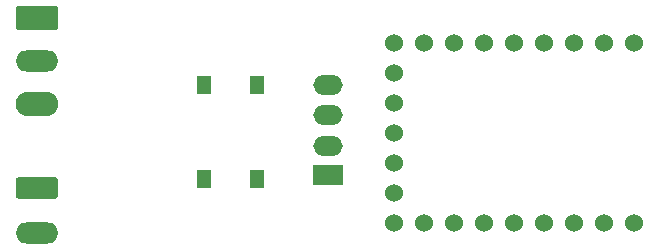
<source format=gbr>
%TF.GenerationSoftware,KiCad,Pcbnew,8.0.8*%
%TF.CreationDate,2025-10-03T16:42:55-04:00*%
%TF.ProjectId,RP2040_Count,52503230-3430-45f4-936f-756e742e6b69,v1*%
%TF.SameCoordinates,Original*%
%TF.FileFunction,Soldermask,Bot*%
%TF.FilePolarity,Negative*%
%FSLAX46Y46*%
G04 Gerber Fmt 4.6, Leading zero omitted, Abs format (unit mm)*
G04 Created by KiCad (PCBNEW 8.0.8) date 2025-10-03 16:42:55*
%MOMM*%
%LPD*%
G01*
G04 APERTURE LIST*
G04 Aperture macros list*
%AMRoundRect*
0 Rectangle with rounded corners*
0 $1 Rounding radius*
0 $2 $3 $4 $5 $6 $7 $8 $9 X,Y pos of 4 corners*
0 Add a 4 corners polygon primitive as box body*
4,1,4,$2,$3,$4,$5,$6,$7,$8,$9,$2,$3,0*
0 Add four circle primitives for the rounded corners*
1,1,$1+$1,$2,$3*
1,1,$1+$1,$4,$5*
1,1,$1+$1,$6,$7*
1,1,$1+$1,$8,$9*
0 Add four rect primitives between the rounded corners*
20,1,$1+$1,$2,$3,$4,$5,0*
20,1,$1+$1,$4,$5,$6,$7,0*
20,1,$1+$1,$6,$7,$8,$9,0*
20,1,$1+$1,$8,$9,$2,$3,0*%
G04 Aperture macros list end*
%ADD10C,1.524000*%
%ADD11RoundRect,0.250000X-1.550000X0.650000X-1.550000X-0.650000X1.550000X-0.650000X1.550000X0.650000X0*%
%ADD12O,3.600000X1.800000*%
%ADD13RoundRect,0.291667X-1.508333X0.758333X-1.508333X-0.758333X1.508333X-0.758333X1.508333X0.758333X0*%
%ADD14O,3.600000X2.100000*%
%ADD15R,2.500000X1.700000*%
%ADD16O,2.500000X1.700000*%
%ADD17R,1.300000X1.550000*%
G04 APERTURE END LIST*
D10*
%TO.C,U5*%
X155910000Y-79760000D03*
X153370000Y-79760000D03*
X150830000Y-79760000D03*
X148290000Y-79760000D03*
X145750000Y-79760000D03*
X143210000Y-79760000D03*
X140670000Y-79760000D03*
X138130000Y-79760000D03*
X135590000Y-79760000D03*
X135600000Y-82300000D03*
X135600000Y-84840000D03*
X135600000Y-87380000D03*
X135600000Y-89920000D03*
X135600000Y-92460000D03*
X135590000Y-95000000D03*
X138130000Y-95000000D03*
X140670000Y-95000000D03*
X143210000Y-95000000D03*
X145750000Y-95000000D03*
X148290000Y-95000000D03*
X150830000Y-95000000D03*
X153370000Y-95000000D03*
X155910000Y-95000000D03*
%TD*%
D11*
%TO.C,TB1*%
X105357500Y-92112500D03*
D12*
X105357500Y-95922500D03*
%TD*%
D13*
%TO.C,J2*%
X105357500Y-77680000D03*
D12*
X105357500Y-81340000D03*
D14*
X105357500Y-85000000D03*
%TD*%
D15*
%TO.C,J3*%
X130000000Y-91000000D03*
D16*
X130000000Y-88500000D03*
X130000000Y-85900000D03*
X130000000Y-83400000D03*
%TD*%
D17*
%TO.C,SW1*%
X124000000Y-91350000D03*
X124000000Y-83400000D03*
X119500000Y-91350000D03*
X119500000Y-83400000D03*
%TD*%
M02*

</source>
